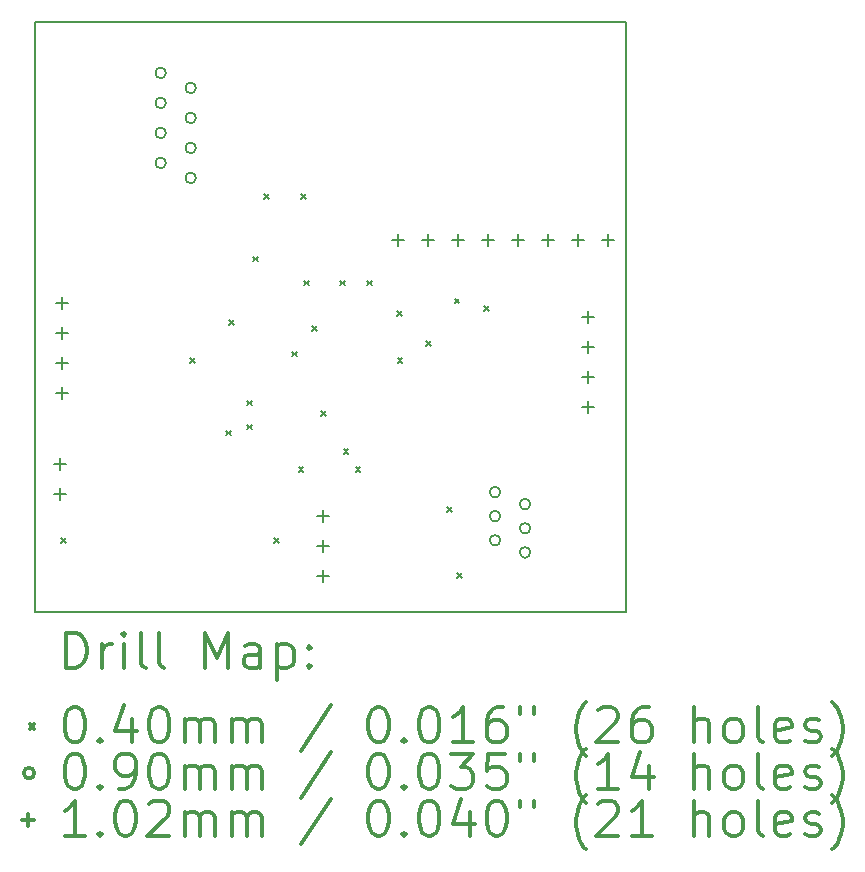
<source format=gbr>
%FSLAX45Y45*%
G04 Gerber Fmt 4.5, Leading zero omitted, Abs format (unit mm)*
G04 Created by KiCad (PCBNEW 4.0.2-stable) date 3/20/2016 1:22:35 PM*
%MOMM*%
G01*
G04 APERTURE LIST*
%ADD10C,0.127000*%
%ADD11C,0.150000*%
%ADD12C,0.200000*%
%ADD13C,0.300000*%
G04 APERTURE END LIST*
D10*
D11*
X10000000Y-5000000D02*
X10000000Y-10000000D01*
X15000000Y-5000000D02*
X10000000Y-5000000D01*
X15000000Y-10000000D02*
X15000000Y-5000000D01*
X10000000Y-10000000D02*
X15000000Y-10000000D01*
D12*
X10216200Y-9371650D02*
X10256200Y-9411650D01*
X10256200Y-9371650D02*
X10216200Y-9411650D01*
X11308400Y-7847650D02*
X11348400Y-7887650D01*
X11348400Y-7847650D02*
X11308400Y-7887650D01*
X11613200Y-8463600D02*
X11653200Y-8503600D01*
X11653200Y-8463600D02*
X11613200Y-8503600D01*
X11643200Y-7528400D02*
X11683200Y-7568400D01*
X11683200Y-7528400D02*
X11643200Y-7568400D01*
X11791000Y-8209600D02*
X11831000Y-8249600D01*
X11831000Y-8209600D02*
X11791000Y-8249600D01*
X11791000Y-8412800D02*
X11831000Y-8452800D01*
X11831000Y-8412800D02*
X11791000Y-8452800D01*
X11841800Y-6990400D02*
X11881800Y-7030400D01*
X11881800Y-6990400D02*
X11841800Y-7030400D01*
X11937050Y-6463350D02*
X11977050Y-6503350D01*
X11977050Y-6463350D02*
X11937050Y-6503350D01*
X12019600Y-9371650D02*
X12059600Y-9411650D01*
X12059600Y-9371650D02*
X12019600Y-9411650D01*
X12172000Y-7794501D02*
X12212000Y-7834501D01*
X12212000Y-7794501D02*
X12172000Y-7834501D01*
X12229150Y-8774750D02*
X12269150Y-8814750D01*
X12269150Y-8774750D02*
X12229150Y-8814750D01*
X12248200Y-6463350D02*
X12288200Y-6503350D01*
X12288200Y-6463350D02*
X12248200Y-6503350D01*
X12273600Y-7193600D02*
X12313600Y-7233600D01*
X12313600Y-7193600D02*
X12273600Y-7233600D01*
X12344550Y-7579850D02*
X12384550Y-7619850D01*
X12384550Y-7579850D02*
X12344550Y-7619850D01*
X12419650Y-8298500D02*
X12459650Y-8338500D01*
X12459650Y-8298500D02*
X12419650Y-8338500D01*
X12578400Y-7193600D02*
X12618400Y-7233600D01*
X12618400Y-7193600D02*
X12578400Y-7233600D01*
X12610150Y-8622350D02*
X12650150Y-8662350D01*
X12650150Y-8622350D02*
X12610150Y-8662350D01*
X12711750Y-8774750D02*
X12751750Y-8814750D01*
X12751750Y-8774750D02*
X12711750Y-8814750D01*
X12807000Y-7193600D02*
X12847000Y-7233600D01*
X12847000Y-7193600D02*
X12807000Y-7233600D01*
X13065600Y-7452200D02*
X13105600Y-7492200D01*
X13105600Y-7452200D02*
X13065600Y-7492200D01*
X13067350Y-7847650D02*
X13107350Y-7887650D01*
X13107350Y-7847650D02*
X13067350Y-7887650D01*
X13308650Y-7707950D02*
X13348650Y-7747950D01*
X13348650Y-7707950D02*
X13308650Y-7747950D01*
X13486450Y-9111300D02*
X13526450Y-9151300D01*
X13526450Y-9111300D02*
X13486450Y-9151300D01*
X13549950Y-7346000D02*
X13589950Y-7386000D01*
X13589950Y-7346000D02*
X13549950Y-7386000D01*
X13574550Y-9670100D02*
X13614550Y-9710100D01*
X13614550Y-9670100D02*
X13574550Y-9710100D01*
X13802950Y-7408500D02*
X13842950Y-7448500D01*
X13842950Y-7408500D02*
X13802950Y-7448500D01*
X11106700Y-5435100D02*
G75*
G03X11106700Y-5435100I-45000J0D01*
G01*
X11106700Y-5689100D02*
G75*
G03X11106700Y-5689100I-45000J0D01*
G01*
X11106700Y-5943100D02*
G75*
G03X11106700Y-5943100I-45000J0D01*
G01*
X11106700Y-6197100D02*
G75*
G03X11106700Y-6197100I-45000J0D01*
G01*
X11360700Y-5562100D02*
G75*
G03X11360700Y-5562100I-45000J0D01*
G01*
X11360700Y-5816100D02*
G75*
G03X11360700Y-5816100I-45000J0D01*
G01*
X11360700Y-6070100D02*
G75*
G03X11360700Y-6070100I-45000J0D01*
G01*
X11360700Y-6324100D02*
G75*
G03X11360700Y-6324100I-45000J0D01*
G01*
X13937400Y-8984250D02*
G75*
G03X13937400Y-8984250I-45000J0D01*
G01*
X13937400Y-9188250D02*
G75*
G03X13937400Y-9188250I-45000J0D01*
G01*
X13937400Y-9392250D02*
G75*
G03X13937400Y-9392250I-45000J0D01*
G01*
X14191400Y-9086250D02*
G75*
G03X14191400Y-9086250I-45000J0D01*
G01*
X14191400Y-9290250D02*
G75*
G03X14191400Y-9290250I-45000J0D01*
G01*
X14191400Y-9494250D02*
G75*
G03X14191400Y-9494250I-45000J0D01*
G01*
X10210800Y-8693150D02*
X10210800Y-8794750D01*
X10160000Y-8743950D02*
X10261600Y-8743950D01*
X10210800Y-8947150D02*
X10210800Y-9048750D01*
X10160000Y-8997950D02*
X10261600Y-8997950D01*
X10229850Y-7334250D02*
X10229850Y-7435850D01*
X10179050Y-7385050D02*
X10280650Y-7385050D01*
X10229850Y-7588250D02*
X10229850Y-7689850D01*
X10179050Y-7639050D02*
X10280650Y-7639050D01*
X10229850Y-7842250D02*
X10229850Y-7943850D01*
X10179050Y-7893050D02*
X10280650Y-7893050D01*
X10229850Y-8096250D02*
X10229850Y-8197850D01*
X10179050Y-8147050D02*
X10280650Y-8147050D01*
X12439650Y-9131300D02*
X12439650Y-9232900D01*
X12388850Y-9182100D02*
X12490450Y-9182100D01*
X12439650Y-9385300D02*
X12439650Y-9486900D01*
X12388850Y-9436100D02*
X12490450Y-9436100D01*
X12439650Y-9639300D02*
X12439650Y-9740900D01*
X12388850Y-9690100D02*
X12490450Y-9690100D01*
X13068300Y-6794500D02*
X13068300Y-6896100D01*
X13017500Y-6845300D02*
X13119100Y-6845300D01*
X13322300Y-6794500D02*
X13322300Y-6896100D01*
X13271500Y-6845300D02*
X13373100Y-6845300D01*
X13576300Y-6794500D02*
X13576300Y-6896100D01*
X13525500Y-6845300D02*
X13627100Y-6845300D01*
X13830300Y-6794500D02*
X13830300Y-6896100D01*
X13779500Y-6845300D02*
X13881100Y-6845300D01*
X14084300Y-6794500D02*
X14084300Y-6896100D01*
X14033500Y-6845300D02*
X14135100Y-6845300D01*
X14338300Y-6794500D02*
X14338300Y-6896100D01*
X14287500Y-6845300D02*
X14389100Y-6845300D01*
X14592300Y-6794500D02*
X14592300Y-6896100D01*
X14541500Y-6845300D02*
X14643100Y-6845300D01*
X14681200Y-7448550D02*
X14681200Y-7550150D01*
X14630400Y-7499350D02*
X14732000Y-7499350D01*
X14681200Y-7702550D02*
X14681200Y-7804150D01*
X14630400Y-7753350D02*
X14732000Y-7753350D01*
X14681200Y-7956550D02*
X14681200Y-8058150D01*
X14630400Y-8007350D02*
X14732000Y-8007350D01*
X14681200Y-8210550D02*
X14681200Y-8312150D01*
X14630400Y-8261350D02*
X14732000Y-8261350D01*
X14846300Y-6794500D02*
X14846300Y-6896100D01*
X14795500Y-6845300D02*
X14897100Y-6845300D01*
D13*
X10263929Y-10473214D02*
X10263929Y-10173214D01*
X10335357Y-10173214D01*
X10378214Y-10187500D01*
X10406786Y-10216072D01*
X10421071Y-10244643D01*
X10435357Y-10301786D01*
X10435357Y-10344643D01*
X10421071Y-10401786D01*
X10406786Y-10430357D01*
X10378214Y-10458929D01*
X10335357Y-10473214D01*
X10263929Y-10473214D01*
X10563929Y-10473214D02*
X10563929Y-10273214D01*
X10563929Y-10330357D02*
X10578214Y-10301786D01*
X10592500Y-10287500D01*
X10621071Y-10273214D01*
X10649643Y-10273214D01*
X10749643Y-10473214D02*
X10749643Y-10273214D01*
X10749643Y-10173214D02*
X10735357Y-10187500D01*
X10749643Y-10201786D01*
X10763929Y-10187500D01*
X10749643Y-10173214D01*
X10749643Y-10201786D01*
X10935357Y-10473214D02*
X10906786Y-10458929D01*
X10892500Y-10430357D01*
X10892500Y-10173214D01*
X11092500Y-10473214D02*
X11063929Y-10458929D01*
X11049643Y-10430357D01*
X11049643Y-10173214D01*
X11435357Y-10473214D02*
X11435357Y-10173214D01*
X11535357Y-10387500D01*
X11635357Y-10173214D01*
X11635357Y-10473214D01*
X11906786Y-10473214D02*
X11906786Y-10316072D01*
X11892500Y-10287500D01*
X11863928Y-10273214D01*
X11806786Y-10273214D01*
X11778214Y-10287500D01*
X11906786Y-10458929D02*
X11878214Y-10473214D01*
X11806786Y-10473214D01*
X11778214Y-10458929D01*
X11763928Y-10430357D01*
X11763928Y-10401786D01*
X11778214Y-10373214D01*
X11806786Y-10358929D01*
X11878214Y-10358929D01*
X11906786Y-10344643D01*
X12049643Y-10273214D02*
X12049643Y-10573214D01*
X12049643Y-10287500D02*
X12078214Y-10273214D01*
X12135357Y-10273214D01*
X12163928Y-10287500D01*
X12178214Y-10301786D01*
X12192500Y-10330357D01*
X12192500Y-10416072D01*
X12178214Y-10444643D01*
X12163928Y-10458929D01*
X12135357Y-10473214D01*
X12078214Y-10473214D01*
X12049643Y-10458929D01*
X12321071Y-10444643D02*
X12335357Y-10458929D01*
X12321071Y-10473214D01*
X12306786Y-10458929D01*
X12321071Y-10444643D01*
X12321071Y-10473214D01*
X12321071Y-10287500D02*
X12335357Y-10301786D01*
X12321071Y-10316072D01*
X12306786Y-10301786D01*
X12321071Y-10287500D01*
X12321071Y-10316072D01*
X9952500Y-10947500D02*
X9992500Y-10987500D01*
X9992500Y-10947500D02*
X9952500Y-10987500D01*
X10321071Y-10803214D02*
X10349643Y-10803214D01*
X10378214Y-10817500D01*
X10392500Y-10831786D01*
X10406786Y-10860357D01*
X10421071Y-10917500D01*
X10421071Y-10988929D01*
X10406786Y-11046072D01*
X10392500Y-11074643D01*
X10378214Y-11088929D01*
X10349643Y-11103214D01*
X10321071Y-11103214D01*
X10292500Y-11088929D01*
X10278214Y-11074643D01*
X10263929Y-11046072D01*
X10249643Y-10988929D01*
X10249643Y-10917500D01*
X10263929Y-10860357D01*
X10278214Y-10831786D01*
X10292500Y-10817500D01*
X10321071Y-10803214D01*
X10549643Y-11074643D02*
X10563929Y-11088929D01*
X10549643Y-11103214D01*
X10535357Y-11088929D01*
X10549643Y-11074643D01*
X10549643Y-11103214D01*
X10821071Y-10903214D02*
X10821071Y-11103214D01*
X10749643Y-10788929D02*
X10678214Y-11003214D01*
X10863928Y-11003214D01*
X11035357Y-10803214D02*
X11063929Y-10803214D01*
X11092500Y-10817500D01*
X11106786Y-10831786D01*
X11121071Y-10860357D01*
X11135357Y-10917500D01*
X11135357Y-10988929D01*
X11121071Y-11046072D01*
X11106786Y-11074643D01*
X11092500Y-11088929D01*
X11063929Y-11103214D01*
X11035357Y-11103214D01*
X11006786Y-11088929D01*
X10992500Y-11074643D01*
X10978214Y-11046072D01*
X10963929Y-10988929D01*
X10963929Y-10917500D01*
X10978214Y-10860357D01*
X10992500Y-10831786D01*
X11006786Y-10817500D01*
X11035357Y-10803214D01*
X11263928Y-11103214D02*
X11263928Y-10903214D01*
X11263928Y-10931786D02*
X11278214Y-10917500D01*
X11306786Y-10903214D01*
X11349643Y-10903214D01*
X11378214Y-10917500D01*
X11392500Y-10946072D01*
X11392500Y-11103214D01*
X11392500Y-10946072D02*
X11406786Y-10917500D01*
X11435357Y-10903214D01*
X11478214Y-10903214D01*
X11506786Y-10917500D01*
X11521071Y-10946072D01*
X11521071Y-11103214D01*
X11663928Y-11103214D02*
X11663928Y-10903214D01*
X11663928Y-10931786D02*
X11678214Y-10917500D01*
X11706786Y-10903214D01*
X11749643Y-10903214D01*
X11778214Y-10917500D01*
X11792500Y-10946072D01*
X11792500Y-11103214D01*
X11792500Y-10946072D02*
X11806786Y-10917500D01*
X11835357Y-10903214D01*
X11878214Y-10903214D01*
X11906786Y-10917500D01*
X11921071Y-10946072D01*
X11921071Y-11103214D01*
X12506786Y-10788929D02*
X12249643Y-11174643D01*
X12892500Y-10803214D02*
X12921071Y-10803214D01*
X12949643Y-10817500D01*
X12963928Y-10831786D01*
X12978214Y-10860357D01*
X12992500Y-10917500D01*
X12992500Y-10988929D01*
X12978214Y-11046072D01*
X12963928Y-11074643D01*
X12949643Y-11088929D01*
X12921071Y-11103214D01*
X12892500Y-11103214D01*
X12863928Y-11088929D01*
X12849643Y-11074643D01*
X12835357Y-11046072D01*
X12821071Y-10988929D01*
X12821071Y-10917500D01*
X12835357Y-10860357D01*
X12849643Y-10831786D01*
X12863928Y-10817500D01*
X12892500Y-10803214D01*
X13121071Y-11074643D02*
X13135357Y-11088929D01*
X13121071Y-11103214D01*
X13106786Y-11088929D01*
X13121071Y-11074643D01*
X13121071Y-11103214D01*
X13321071Y-10803214D02*
X13349643Y-10803214D01*
X13378214Y-10817500D01*
X13392500Y-10831786D01*
X13406785Y-10860357D01*
X13421071Y-10917500D01*
X13421071Y-10988929D01*
X13406785Y-11046072D01*
X13392500Y-11074643D01*
X13378214Y-11088929D01*
X13349643Y-11103214D01*
X13321071Y-11103214D01*
X13292500Y-11088929D01*
X13278214Y-11074643D01*
X13263928Y-11046072D01*
X13249643Y-10988929D01*
X13249643Y-10917500D01*
X13263928Y-10860357D01*
X13278214Y-10831786D01*
X13292500Y-10817500D01*
X13321071Y-10803214D01*
X13706785Y-11103214D02*
X13535357Y-11103214D01*
X13621071Y-11103214D02*
X13621071Y-10803214D01*
X13592500Y-10846072D01*
X13563928Y-10874643D01*
X13535357Y-10888929D01*
X13963928Y-10803214D02*
X13906785Y-10803214D01*
X13878214Y-10817500D01*
X13863928Y-10831786D01*
X13835357Y-10874643D01*
X13821071Y-10931786D01*
X13821071Y-11046072D01*
X13835357Y-11074643D01*
X13849643Y-11088929D01*
X13878214Y-11103214D01*
X13935357Y-11103214D01*
X13963928Y-11088929D01*
X13978214Y-11074643D01*
X13992500Y-11046072D01*
X13992500Y-10974643D01*
X13978214Y-10946072D01*
X13963928Y-10931786D01*
X13935357Y-10917500D01*
X13878214Y-10917500D01*
X13849643Y-10931786D01*
X13835357Y-10946072D01*
X13821071Y-10974643D01*
X14106786Y-10803214D02*
X14106786Y-10860357D01*
X14221071Y-10803214D02*
X14221071Y-10860357D01*
X14663928Y-11217500D02*
X14649643Y-11203214D01*
X14621071Y-11160357D01*
X14606785Y-11131786D01*
X14592500Y-11088929D01*
X14578214Y-11017500D01*
X14578214Y-10960357D01*
X14592500Y-10888929D01*
X14606785Y-10846072D01*
X14621071Y-10817500D01*
X14649643Y-10774643D01*
X14663928Y-10760357D01*
X14763928Y-10831786D02*
X14778214Y-10817500D01*
X14806785Y-10803214D01*
X14878214Y-10803214D01*
X14906785Y-10817500D01*
X14921071Y-10831786D01*
X14935357Y-10860357D01*
X14935357Y-10888929D01*
X14921071Y-10931786D01*
X14749643Y-11103214D01*
X14935357Y-11103214D01*
X15192500Y-10803214D02*
X15135357Y-10803214D01*
X15106785Y-10817500D01*
X15092500Y-10831786D01*
X15063928Y-10874643D01*
X15049643Y-10931786D01*
X15049643Y-11046072D01*
X15063928Y-11074643D01*
X15078214Y-11088929D01*
X15106785Y-11103214D01*
X15163928Y-11103214D01*
X15192500Y-11088929D01*
X15206785Y-11074643D01*
X15221071Y-11046072D01*
X15221071Y-10974643D01*
X15206785Y-10946072D01*
X15192500Y-10931786D01*
X15163928Y-10917500D01*
X15106785Y-10917500D01*
X15078214Y-10931786D01*
X15063928Y-10946072D01*
X15049643Y-10974643D01*
X15578214Y-11103214D02*
X15578214Y-10803214D01*
X15706785Y-11103214D02*
X15706785Y-10946072D01*
X15692500Y-10917500D01*
X15663928Y-10903214D01*
X15621071Y-10903214D01*
X15592500Y-10917500D01*
X15578214Y-10931786D01*
X15892500Y-11103214D02*
X15863928Y-11088929D01*
X15849643Y-11074643D01*
X15835357Y-11046072D01*
X15835357Y-10960357D01*
X15849643Y-10931786D01*
X15863928Y-10917500D01*
X15892500Y-10903214D01*
X15935357Y-10903214D01*
X15963928Y-10917500D01*
X15978214Y-10931786D01*
X15992500Y-10960357D01*
X15992500Y-11046072D01*
X15978214Y-11074643D01*
X15963928Y-11088929D01*
X15935357Y-11103214D01*
X15892500Y-11103214D01*
X16163928Y-11103214D02*
X16135357Y-11088929D01*
X16121071Y-11060357D01*
X16121071Y-10803214D01*
X16392500Y-11088929D02*
X16363928Y-11103214D01*
X16306786Y-11103214D01*
X16278214Y-11088929D01*
X16263928Y-11060357D01*
X16263928Y-10946072D01*
X16278214Y-10917500D01*
X16306786Y-10903214D01*
X16363928Y-10903214D01*
X16392500Y-10917500D01*
X16406786Y-10946072D01*
X16406786Y-10974643D01*
X16263928Y-11003214D01*
X16521071Y-11088929D02*
X16549643Y-11103214D01*
X16606786Y-11103214D01*
X16635357Y-11088929D01*
X16649643Y-11060357D01*
X16649643Y-11046072D01*
X16635357Y-11017500D01*
X16606786Y-11003214D01*
X16563928Y-11003214D01*
X16535357Y-10988929D01*
X16521071Y-10960357D01*
X16521071Y-10946072D01*
X16535357Y-10917500D01*
X16563928Y-10903214D01*
X16606786Y-10903214D01*
X16635357Y-10917500D01*
X16749643Y-11217500D02*
X16763928Y-11203214D01*
X16792500Y-11160357D01*
X16806786Y-11131786D01*
X16821071Y-11088929D01*
X16835357Y-11017500D01*
X16835357Y-10960357D01*
X16821071Y-10888929D01*
X16806786Y-10846072D01*
X16792500Y-10817500D01*
X16763928Y-10774643D01*
X16749643Y-10760357D01*
X9992500Y-11363500D02*
G75*
G03X9992500Y-11363500I-45000J0D01*
G01*
X10321071Y-11199214D02*
X10349643Y-11199214D01*
X10378214Y-11213500D01*
X10392500Y-11227786D01*
X10406786Y-11256357D01*
X10421071Y-11313500D01*
X10421071Y-11384929D01*
X10406786Y-11442071D01*
X10392500Y-11470643D01*
X10378214Y-11484929D01*
X10349643Y-11499214D01*
X10321071Y-11499214D01*
X10292500Y-11484929D01*
X10278214Y-11470643D01*
X10263929Y-11442071D01*
X10249643Y-11384929D01*
X10249643Y-11313500D01*
X10263929Y-11256357D01*
X10278214Y-11227786D01*
X10292500Y-11213500D01*
X10321071Y-11199214D01*
X10549643Y-11470643D02*
X10563929Y-11484929D01*
X10549643Y-11499214D01*
X10535357Y-11484929D01*
X10549643Y-11470643D01*
X10549643Y-11499214D01*
X10706786Y-11499214D02*
X10763928Y-11499214D01*
X10792500Y-11484929D01*
X10806786Y-11470643D01*
X10835357Y-11427786D01*
X10849643Y-11370643D01*
X10849643Y-11256357D01*
X10835357Y-11227786D01*
X10821071Y-11213500D01*
X10792500Y-11199214D01*
X10735357Y-11199214D01*
X10706786Y-11213500D01*
X10692500Y-11227786D01*
X10678214Y-11256357D01*
X10678214Y-11327786D01*
X10692500Y-11356357D01*
X10706786Y-11370643D01*
X10735357Y-11384929D01*
X10792500Y-11384929D01*
X10821071Y-11370643D01*
X10835357Y-11356357D01*
X10849643Y-11327786D01*
X11035357Y-11199214D02*
X11063929Y-11199214D01*
X11092500Y-11213500D01*
X11106786Y-11227786D01*
X11121071Y-11256357D01*
X11135357Y-11313500D01*
X11135357Y-11384929D01*
X11121071Y-11442071D01*
X11106786Y-11470643D01*
X11092500Y-11484929D01*
X11063929Y-11499214D01*
X11035357Y-11499214D01*
X11006786Y-11484929D01*
X10992500Y-11470643D01*
X10978214Y-11442071D01*
X10963929Y-11384929D01*
X10963929Y-11313500D01*
X10978214Y-11256357D01*
X10992500Y-11227786D01*
X11006786Y-11213500D01*
X11035357Y-11199214D01*
X11263928Y-11499214D02*
X11263928Y-11299214D01*
X11263928Y-11327786D02*
X11278214Y-11313500D01*
X11306786Y-11299214D01*
X11349643Y-11299214D01*
X11378214Y-11313500D01*
X11392500Y-11342071D01*
X11392500Y-11499214D01*
X11392500Y-11342071D02*
X11406786Y-11313500D01*
X11435357Y-11299214D01*
X11478214Y-11299214D01*
X11506786Y-11313500D01*
X11521071Y-11342071D01*
X11521071Y-11499214D01*
X11663928Y-11499214D02*
X11663928Y-11299214D01*
X11663928Y-11327786D02*
X11678214Y-11313500D01*
X11706786Y-11299214D01*
X11749643Y-11299214D01*
X11778214Y-11313500D01*
X11792500Y-11342071D01*
X11792500Y-11499214D01*
X11792500Y-11342071D02*
X11806786Y-11313500D01*
X11835357Y-11299214D01*
X11878214Y-11299214D01*
X11906786Y-11313500D01*
X11921071Y-11342071D01*
X11921071Y-11499214D01*
X12506786Y-11184929D02*
X12249643Y-11570643D01*
X12892500Y-11199214D02*
X12921071Y-11199214D01*
X12949643Y-11213500D01*
X12963928Y-11227786D01*
X12978214Y-11256357D01*
X12992500Y-11313500D01*
X12992500Y-11384929D01*
X12978214Y-11442071D01*
X12963928Y-11470643D01*
X12949643Y-11484929D01*
X12921071Y-11499214D01*
X12892500Y-11499214D01*
X12863928Y-11484929D01*
X12849643Y-11470643D01*
X12835357Y-11442071D01*
X12821071Y-11384929D01*
X12821071Y-11313500D01*
X12835357Y-11256357D01*
X12849643Y-11227786D01*
X12863928Y-11213500D01*
X12892500Y-11199214D01*
X13121071Y-11470643D02*
X13135357Y-11484929D01*
X13121071Y-11499214D01*
X13106786Y-11484929D01*
X13121071Y-11470643D01*
X13121071Y-11499214D01*
X13321071Y-11199214D02*
X13349643Y-11199214D01*
X13378214Y-11213500D01*
X13392500Y-11227786D01*
X13406785Y-11256357D01*
X13421071Y-11313500D01*
X13421071Y-11384929D01*
X13406785Y-11442071D01*
X13392500Y-11470643D01*
X13378214Y-11484929D01*
X13349643Y-11499214D01*
X13321071Y-11499214D01*
X13292500Y-11484929D01*
X13278214Y-11470643D01*
X13263928Y-11442071D01*
X13249643Y-11384929D01*
X13249643Y-11313500D01*
X13263928Y-11256357D01*
X13278214Y-11227786D01*
X13292500Y-11213500D01*
X13321071Y-11199214D01*
X13521071Y-11199214D02*
X13706785Y-11199214D01*
X13606785Y-11313500D01*
X13649643Y-11313500D01*
X13678214Y-11327786D01*
X13692500Y-11342071D01*
X13706785Y-11370643D01*
X13706785Y-11442071D01*
X13692500Y-11470643D01*
X13678214Y-11484929D01*
X13649643Y-11499214D01*
X13563928Y-11499214D01*
X13535357Y-11484929D01*
X13521071Y-11470643D01*
X13978214Y-11199214D02*
X13835357Y-11199214D01*
X13821071Y-11342071D01*
X13835357Y-11327786D01*
X13863928Y-11313500D01*
X13935357Y-11313500D01*
X13963928Y-11327786D01*
X13978214Y-11342071D01*
X13992500Y-11370643D01*
X13992500Y-11442071D01*
X13978214Y-11470643D01*
X13963928Y-11484929D01*
X13935357Y-11499214D01*
X13863928Y-11499214D01*
X13835357Y-11484929D01*
X13821071Y-11470643D01*
X14106786Y-11199214D02*
X14106786Y-11256357D01*
X14221071Y-11199214D02*
X14221071Y-11256357D01*
X14663928Y-11613500D02*
X14649643Y-11599214D01*
X14621071Y-11556357D01*
X14606785Y-11527786D01*
X14592500Y-11484929D01*
X14578214Y-11413500D01*
X14578214Y-11356357D01*
X14592500Y-11284929D01*
X14606785Y-11242071D01*
X14621071Y-11213500D01*
X14649643Y-11170643D01*
X14663928Y-11156357D01*
X14935357Y-11499214D02*
X14763928Y-11499214D01*
X14849643Y-11499214D02*
X14849643Y-11199214D01*
X14821071Y-11242071D01*
X14792500Y-11270643D01*
X14763928Y-11284929D01*
X15192500Y-11299214D02*
X15192500Y-11499214D01*
X15121071Y-11184929D02*
X15049643Y-11399214D01*
X15235357Y-11399214D01*
X15578214Y-11499214D02*
X15578214Y-11199214D01*
X15706785Y-11499214D02*
X15706785Y-11342071D01*
X15692500Y-11313500D01*
X15663928Y-11299214D01*
X15621071Y-11299214D01*
X15592500Y-11313500D01*
X15578214Y-11327786D01*
X15892500Y-11499214D02*
X15863928Y-11484929D01*
X15849643Y-11470643D01*
X15835357Y-11442071D01*
X15835357Y-11356357D01*
X15849643Y-11327786D01*
X15863928Y-11313500D01*
X15892500Y-11299214D01*
X15935357Y-11299214D01*
X15963928Y-11313500D01*
X15978214Y-11327786D01*
X15992500Y-11356357D01*
X15992500Y-11442071D01*
X15978214Y-11470643D01*
X15963928Y-11484929D01*
X15935357Y-11499214D01*
X15892500Y-11499214D01*
X16163928Y-11499214D02*
X16135357Y-11484929D01*
X16121071Y-11456357D01*
X16121071Y-11199214D01*
X16392500Y-11484929D02*
X16363928Y-11499214D01*
X16306786Y-11499214D01*
X16278214Y-11484929D01*
X16263928Y-11456357D01*
X16263928Y-11342071D01*
X16278214Y-11313500D01*
X16306786Y-11299214D01*
X16363928Y-11299214D01*
X16392500Y-11313500D01*
X16406786Y-11342071D01*
X16406786Y-11370643D01*
X16263928Y-11399214D01*
X16521071Y-11484929D02*
X16549643Y-11499214D01*
X16606786Y-11499214D01*
X16635357Y-11484929D01*
X16649643Y-11456357D01*
X16649643Y-11442071D01*
X16635357Y-11413500D01*
X16606786Y-11399214D01*
X16563928Y-11399214D01*
X16535357Y-11384929D01*
X16521071Y-11356357D01*
X16521071Y-11342071D01*
X16535357Y-11313500D01*
X16563928Y-11299214D01*
X16606786Y-11299214D01*
X16635357Y-11313500D01*
X16749643Y-11613500D02*
X16763928Y-11599214D01*
X16792500Y-11556357D01*
X16806786Y-11527786D01*
X16821071Y-11484929D01*
X16835357Y-11413500D01*
X16835357Y-11356357D01*
X16821071Y-11284929D01*
X16806786Y-11242071D01*
X16792500Y-11213500D01*
X16763928Y-11170643D01*
X16749643Y-11156357D01*
X9941700Y-11708700D02*
X9941700Y-11810300D01*
X9890900Y-11759500D02*
X9992500Y-11759500D01*
X10421071Y-11895214D02*
X10249643Y-11895214D01*
X10335357Y-11895214D02*
X10335357Y-11595214D01*
X10306786Y-11638071D01*
X10278214Y-11666643D01*
X10249643Y-11680929D01*
X10549643Y-11866643D02*
X10563929Y-11880929D01*
X10549643Y-11895214D01*
X10535357Y-11880929D01*
X10549643Y-11866643D01*
X10549643Y-11895214D01*
X10749643Y-11595214D02*
X10778214Y-11595214D01*
X10806786Y-11609500D01*
X10821071Y-11623786D01*
X10835357Y-11652357D01*
X10849643Y-11709500D01*
X10849643Y-11780929D01*
X10835357Y-11838071D01*
X10821071Y-11866643D01*
X10806786Y-11880929D01*
X10778214Y-11895214D01*
X10749643Y-11895214D01*
X10721071Y-11880929D01*
X10706786Y-11866643D01*
X10692500Y-11838071D01*
X10678214Y-11780929D01*
X10678214Y-11709500D01*
X10692500Y-11652357D01*
X10706786Y-11623786D01*
X10721071Y-11609500D01*
X10749643Y-11595214D01*
X10963929Y-11623786D02*
X10978214Y-11609500D01*
X11006786Y-11595214D01*
X11078214Y-11595214D01*
X11106786Y-11609500D01*
X11121071Y-11623786D01*
X11135357Y-11652357D01*
X11135357Y-11680929D01*
X11121071Y-11723786D01*
X10949643Y-11895214D01*
X11135357Y-11895214D01*
X11263928Y-11895214D02*
X11263928Y-11695214D01*
X11263928Y-11723786D02*
X11278214Y-11709500D01*
X11306786Y-11695214D01*
X11349643Y-11695214D01*
X11378214Y-11709500D01*
X11392500Y-11738071D01*
X11392500Y-11895214D01*
X11392500Y-11738071D02*
X11406786Y-11709500D01*
X11435357Y-11695214D01*
X11478214Y-11695214D01*
X11506786Y-11709500D01*
X11521071Y-11738071D01*
X11521071Y-11895214D01*
X11663928Y-11895214D02*
X11663928Y-11695214D01*
X11663928Y-11723786D02*
X11678214Y-11709500D01*
X11706786Y-11695214D01*
X11749643Y-11695214D01*
X11778214Y-11709500D01*
X11792500Y-11738071D01*
X11792500Y-11895214D01*
X11792500Y-11738071D02*
X11806786Y-11709500D01*
X11835357Y-11695214D01*
X11878214Y-11695214D01*
X11906786Y-11709500D01*
X11921071Y-11738071D01*
X11921071Y-11895214D01*
X12506786Y-11580929D02*
X12249643Y-11966643D01*
X12892500Y-11595214D02*
X12921071Y-11595214D01*
X12949643Y-11609500D01*
X12963928Y-11623786D01*
X12978214Y-11652357D01*
X12992500Y-11709500D01*
X12992500Y-11780929D01*
X12978214Y-11838071D01*
X12963928Y-11866643D01*
X12949643Y-11880929D01*
X12921071Y-11895214D01*
X12892500Y-11895214D01*
X12863928Y-11880929D01*
X12849643Y-11866643D01*
X12835357Y-11838071D01*
X12821071Y-11780929D01*
X12821071Y-11709500D01*
X12835357Y-11652357D01*
X12849643Y-11623786D01*
X12863928Y-11609500D01*
X12892500Y-11595214D01*
X13121071Y-11866643D02*
X13135357Y-11880929D01*
X13121071Y-11895214D01*
X13106786Y-11880929D01*
X13121071Y-11866643D01*
X13121071Y-11895214D01*
X13321071Y-11595214D02*
X13349643Y-11595214D01*
X13378214Y-11609500D01*
X13392500Y-11623786D01*
X13406785Y-11652357D01*
X13421071Y-11709500D01*
X13421071Y-11780929D01*
X13406785Y-11838071D01*
X13392500Y-11866643D01*
X13378214Y-11880929D01*
X13349643Y-11895214D01*
X13321071Y-11895214D01*
X13292500Y-11880929D01*
X13278214Y-11866643D01*
X13263928Y-11838071D01*
X13249643Y-11780929D01*
X13249643Y-11709500D01*
X13263928Y-11652357D01*
X13278214Y-11623786D01*
X13292500Y-11609500D01*
X13321071Y-11595214D01*
X13678214Y-11695214D02*
X13678214Y-11895214D01*
X13606785Y-11580929D02*
X13535357Y-11795214D01*
X13721071Y-11795214D01*
X13892500Y-11595214D02*
X13921071Y-11595214D01*
X13949643Y-11609500D01*
X13963928Y-11623786D01*
X13978214Y-11652357D01*
X13992500Y-11709500D01*
X13992500Y-11780929D01*
X13978214Y-11838071D01*
X13963928Y-11866643D01*
X13949643Y-11880929D01*
X13921071Y-11895214D01*
X13892500Y-11895214D01*
X13863928Y-11880929D01*
X13849643Y-11866643D01*
X13835357Y-11838071D01*
X13821071Y-11780929D01*
X13821071Y-11709500D01*
X13835357Y-11652357D01*
X13849643Y-11623786D01*
X13863928Y-11609500D01*
X13892500Y-11595214D01*
X14106786Y-11595214D02*
X14106786Y-11652357D01*
X14221071Y-11595214D02*
X14221071Y-11652357D01*
X14663928Y-12009500D02*
X14649643Y-11995214D01*
X14621071Y-11952357D01*
X14606785Y-11923786D01*
X14592500Y-11880929D01*
X14578214Y-11809500D01*
X14578214Y-11752357D01*
X14592500Y-11680929D01*
X14606785Y-11638071D01*
X14621071Y-11609500D01*
X14649643Y-11566643D01*
X14663928Y-11552357D01*
X14763928Y-11623786D02*
X14778214Y-11609500D01*
X14806785Y-11595214D01*
X14878214Y-11595214D01*
X14906785Y-11609500D01*
X14921071Y-11623786D01*
X14935357Y-11652357D01*
X14935357Y-11680929D01*
X14921071Y-11723786D01*
X14749643Y-11895214D01*
X14935357Y-11895214D01*
X15221071Y-11895214D02*
X15049643Y-11895214D01*
X15135357Y-11895214D02*
X15135357Y-11595214D01*
X15106785Y-11638071D01*
X15078214Y-11666643D01*
X15049643Y-11680929D01*
X15578214Y-11895214D02*
X15578214Y-11595214D01*
X15706785Y-11895214D02*
X15706785Y-11738071D01*
X15692500Y-11709500D01*
X15663928Y-11695214D01*
X15621071Y-11695214D01*
X15592500Y-11709500D01*
X15578214Y-11723786D01*
X15892500Y-11895214D02*
X15863928Y-11880929D01*
X15849643Y-11866643D01*
X15835357Y-11838071D01*
X15835357Y-11752357D01*
X15849643Y-11723786D01*
X15863928Y-11709500D01*
X15892500Y-11695214D01*
X15935357Y-11695214D01*
X15963928Y-11709500D01*
X15978214Y-11723786D01*
X15992500Y-11752357D01*
X15992500Y-11838071D01*
X15978214Y-11866643D01*
X15963928Y-11880929D01*
X15935357Y-11895214D01*
X15892500Y-11895214D01*
X16163928Y-11895214D02*
X16135357Y-11880929D01*
X16121071Y-11852357D01*
X16121071Y-11595214D01*
X16392500Y-11880929D02*
X16363928Y-11895214D01*
X16306786Y-11895214D01*
X16278214Y-11880929D01*
X16263928Y-11852357D01*
X16263928Y-11738071D01*
X16278214Y-11709500D01*
X16306786Y-11695214D01*
X16363928Y-11695214D01*
X16392500Y-11709500D01*
X16406786Y-11738071D01*
X16406786Y-11766643D01*
X16263928Y-11795214D01*
X16521071Y-11880929D02*
X16549643Y-11895214D01*
X16606786Y-11895214D01*
X16635357Y-11880929D01*
X16649643Y-11852357D01*
X16649643Y-11838071D01*
X16635357Y-11809500D01*
X16606786Y-11795214D01*
X16563928Y-11795214D01*
X16535357Y-11780929D01*
X16521071Y-11752357D01*
X16521071Y-11738071D01*
X16535357Y-11709500D01*
X16563928Y-11695214D01*
X16606786Y-11695214D01*
X16635357Y-11709500D01*
X16749643Y-12009500D02*
X16763928Y-11995214D01*
X16792500Y-11952357D01*
X16806786Y-11923786D01*
X16821071Y-11880929D01*
X16835357Y-11809500D01*
X16835357Y-11752357D01*
X16821071Y-11680929D01*
X16806786Y-11638071D01*
X16792500Y-11609500D01*
X16763928Y-11566643D01*
X16749643Y-11552357D01*
M02*

</source>
